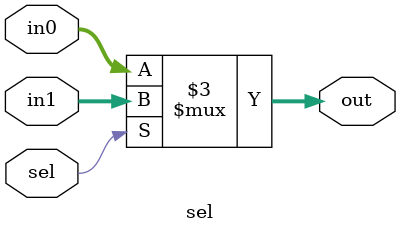
<source format=v>
module sel(in0, in1, sel, out);
	input[27:0] in0, in1;
	input sel;
	output[27:0] out;
	reg[27:0] out;

	always @(*) begin
		if(sel) out = in1;
		else out = in0;
	end
endmodule

</source>
